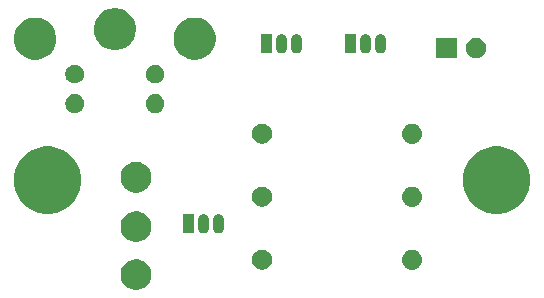
<source format=gbr>
G04 #@! TF.GenerationSoftware,KiCad,Pcbnew,(5.1.4)-1*
G04 #@! TF.CreationDate,2020-05-22T23:55:23+02:00*
G04 #@! TF.ProjectId,S-VHS ZX Spectrum,532d5648-5320-45a5-9820-537065637472,rev?*
G04 #@! TF.SameCoordinates,Original*
G04 #@! TF.FileFunction,Soldermask,Top*
G04 #@! TF.FilePolarity,Negative*
%FSLAX46Y46*%
G04 Gerber Fmt 4.6, Leading zero omitted, Abs format (unit mm)*
G04 Created by KiCad (PCBNEW (5.1.4)-1) date 2020-05-22 23:55:23*
%MOMM*%
%LPD*%
G04 APERTURE LIST*
%ADD10C,0.150000*%
G04 APERTURE END LIST*
D10*
G36*
X146810393Y-109239304D02*
G01*
X147047101Y-109337352D01*
X147047103Y-109337353D01*
X147260135Y-109479696D01*
X147441304Y-109660865D01*
X147509201Y-109762481D01*
X147583648Y-109873899D01*
X147681696Y-110110607D01*
X147731680Y-110361893D01*
X147731680Y-110618107D01*
X147681696Y-110869393D01*
X147583648Y-111106101D01*
X147583647Y-111106103D01*
X147441304Y-111319135D01*
X147260135Y-111500304D01*
X147047103Y-111642647D01*
X147047102Y-111642648D01*
X147047101Y-111642648D01*
X146810393Y-111740696D01*
X146559107Y-111790680D01*
X146302893Y-111790680D01*
X146051607Y-111740696D01*
X145814899Y-111642648D01*
X145814898Y-111642648D01*
X145814897Y-111642647D01*
X145601865Y-111500304D01*
X145420696Y-111319135D01*
X145278353Y-111106103D01*
X145278352Y-111106101D01*
X145180304Y-110869393D01*
X145130320Y-110618107D01*
X145130320Y-110361893D01*
X145180304Y-110110607D01*
X145278352Y-109873899D01*
X145352799Y-109762481D01*
X145420696Y-109660865D01*
X145601865Y-109479696D01*
X145814897Y-109337353D01*
X145814899Y-109337352D01*
X146051607Y-109239304D01*
X146302893Y-109189320D01*
X146559107Y-109189320D01*
X146810393Y-109239304D01*
X146810393Y-109239304D01*
G37*
G36*
X169965823Y-108381313D02*
G01*
X170126242Y-108429976D01*
X170193361Y-108465852D01*
X170274078Y-108508996D01*
X170403659Y-108615341D01*
X170510004Y-108744922D01*
X170510005Y-108744924D01*
X170589024Y-108892758D01*
X170637687Y-109053177D01*
X170654117Y-109220000D01*
X170637687Y-109386823D01*
X170589024Y-109547242D01*
X170548477Y-109623100D01*
X170510004Y-109695078D01*
X170403659Y-109824659D01*
X170274078Y-109931004D01*
X170274076Y-109931005D01*
X170126242Y-110010024D01*
X169965823Y-110058687D01*
X169840804Y-110071000D01*
X169757196Y-110071000D01*
X169632177Y-110058687D01*
X169471758Y-110010024D01*
X169323924Y-109931005D01*
X169323922Y-109931004D01*
X169194341Y-109824659D01*
X169087996Y-109695078D01*
X169049523Y-109623100D01*
X169008976Y-109547242D01*
X168960313Y-109386823D01*
X168943883Y-109220000D01*
X168960313Y-109053177D01*
X169008976Y-108892758D01*
X169087995Y-108744924D01*
X169087996Y-108744922D01*
X169194341Y-108615341D01*
X169323922Y-108508996D01*
X169404639Y-108465852D01*
X169471758Y-108429976D01*
X169632177Y-108381313D01*
X169757196Y-108369000D01*
X169840804Y-108369000D01*
X169965823Y-108381313D01*
X169965823Y-108381313D01*
G37*
G36*
X157347228Y-108401703D02*
G01*
X157502100Y-108465853D01*
X157641481Y-108558985D01*
X157760015Y-108677519D01*
X157853147Y-108816900D01*
X157917297Y-108971772D01*
X157950000Y-109136184D01*
X157950000Y-109303816D01*
X157917297Y-109468228D01*
X157853147Y-109623100D01*
X157760015Y-109762481D01*
X157641481Y-109881015D01*
X157502100Y-109974147D01*
X157347228Y-110038297D01*
X157182816Y-110071000D01*
X157015184Y-110071000D01*
X156850772Y-110038297D01*
X156695900Y-109974147D01*
X156556519Y-109881015D01*
X156437985Y-109762481D01*
X156344853Y-109623100D01*
X156280703Y-109468228D01*
X156248000Y-109303816D01*
X156248000Y-109136184D01*
X156280703Y-108971772D01*
X156344853Y-108816900D01*
X156437985Y-108677519D01*
X156556519Y-108558985D01*
X156695900Y-108465853D01*
X156850772Y-108401703D01*
X157015184Y-108369000D01*
X157182816Y-108369000D01*
X157347228Y-108401703D01*
X157347228Y-108401703D01*
G37*
G36*
X146810393Y-105175304D02*
G01*
X147047101Y-105273352D01*
X147047103Y-105273353D01*
X147260135Y-105415696D01*
X147441304Y-105596865D01*
X147559519Y-105773787D01*
X147583648Y-105809899D01*
X147681696Y-106046607D01*
X147731680Y-106297893D01*
X147731680Y-106554107D01*
X147681696Y-106805393D01*
X147583648Y-107042101D01*
X147583647Y-107042103D01*
X147441304Y-107255135D01*
X147260135Y-107436304D01*
X147047103Y-107578647D01*
X147047102Y-107578648D01*
X147047101Y-107578648D01*
X146810393Y-107676696D01*
X146559107Y-107726680D01*
X146302893Y-107726680D01*
X146051607Y-107676696D01*
X145814899Y-107578648D01*
X145814898Y-107578648D01*
X145814897Y-107578647D01*
X145601865Y-107436304D01*
X145420696Y-107255135D01*
X145278353Y-107042103D01*
X145278352Y-107042101D01*
X145180304Y-106805393D01*
X145130320Y-106554107D01*
X145130320Y-106297893D01*
X145180304Y-106046607D01*
X145278352Y-105809899D01*
X145302481Y-105773787D01*
X145420696Y-105596865D01*
X145601865Y-105415696D01*
X145814897Y-105273353D01*
X145814899Y-105273352D01*
X146051607Y-105175304D01*
X146302893Y-105125320D01*
X146559107Y-105125320D01*
X146810393Y-105175304D01*
X146810393Y-105175304D01*
G37*
G36*
X152244213Y-105378249D02*
G01*
X152338652Y-105406897D01*
X152425687Y-105453418D01*
X152501975Y-105516025D01*
X152564582Y-105592313D01*
X152611103Y-105679348D01*
X152639751Y-105773787D01*
X152647000Y-105847388D01*
X152647000Y-106496612D01*
X152639751Y-106570213D01*
X152611103Y-106664652D01*
X152564582Y-106751687D01*
X152501975Y-106827975D01*
X152425687Y-106890582D01*
X152338651Y-106937103D01*
X152244212Y-106965751D01*
X152146000Y-106975424D01*
X152047787Y-106965751D01*
X151953348Y-106937103D01*
X151866313Y-106890582D01*
X151790025Y-106827975D01*
X151727418Y-106751687D01*
X151680897Y-106664651D01*
X151652249Y-106570212D01*
X151645000Y-106496611D01*
X151645000Y-105847398D01*
X151652250Y-105773789D01*
X151652250Y-105773787D01*
X151680898Y-105679348D01*
X151727419Y-105592313D01*
X151790026Y-105516025D01*
X151866314Y-105453418D01*
X151953349Y-105406897D01*
X152047788Y-105378249D01*
X152146000Y-105368576D01*
X152244213Y-105378249D01*
X152244213Y-105378249D01*
G37*
G36*
X153514213Y-105378249D02*
G01*
X153608652Y-105406897D01*
X153695687Y-105453418D01*
X153771975Y-105516025D01*
X153834582Y-105592313D01*
X153881103Y-105679348D01*
X153909751Y-105773787D01*
X153917000Y-105847388D01*
X153917000Y-106496612D01*
X153909751Y-106570213D01*
X153881103Y-106664652D01*
X153834582Y-106751687D01*
X153771975Y-106827975D01*
X153695687Y-106890582D01*
X153608651Y-106937103D01*
X153514212Y-106965751D01*
X153416000Y-106975424D01*
X153317787Y-106965751D01*
X153223348Y-106937103D01*
X153136313Y-106890582D01*
X153060025Y-106827975D01*
X152997418Y-106751687D01*
X152950897Y-106664651D01*
X152922249Y-106570212D01*
X152915000Y-106496611D01*
X152915000Y-105847398D01*
X152922250Y-105773789D01*
X152922250Y-105773787D01*
X152950898Y-105679348D01*
X152997419Y-105592313D01*
X153060026Y-105516025D01*
X153136314Y-105453418D01*
X153223349Y-105406897D01*
X153317788Y-105378249D01*
X153416000Y-105368576D01*
X153514213Y-105378249D01*
X153514213Y-105378249D01*
G37*
G36*
X151377000Y-106973000D02*
G01*
X150375000Y-106973000D01*
X150375000Y-105371000D01*
X151377000Y-105371000D01*
X151377000Y-106973000D01*
X151377000Y-106973000D01*
G37*
G36*
X177506202Y-99692781D02*
G01*
X177781606Y-99747562D01*
X178300455Y-99962476D01*
X178767407Y-100274484D01*
X179164516Y-100671593D01*
X179476524Y-101138545D01*
X179691438Y-101657394D01*
X179801000Y-102208201D01*
X179801000Y-102769799D01*
X179691438Y-103320606D01*
X179476524Y-103839455D01*
X179279562Y-104134229D01*
X179164517Y-104306406D01*
X178767406Y-104703517D01*
X178717295Y-104737000D01*
X178300455Y-105015524D01*
X177781606Y-105230438D01*
X177565862Y-105273352D01*
X177230800Y-105340000D01*
X176669200Y-105340000D01*
X176334138Y-105273352D01*
X176118394Y-105230438D01*
X175599545Y-105015524D01*
X175182705Y-104737000D01*
X175132594Y-104703517D01*
X174735483Y-104306406D01*
X174620438Y-104134229D01*
X174423476Y-103839455D01*
X174208562Y-103320606D01*
X174099000Y-102769799D01*
X174099000Y-102208201D01*
X174208562Y-101657394D01*
X174423476Y-101138545D01*
X174735484Y-100671593D01*
X175132593Y-100274484D01*
X175599545Y-99962476D01*
X176118394Y-99747562D01*
X176669200Y-99638000D01*
X177230800Y-99638000D01*
X177506202Y-99692781D01*
X177506202Y-99692781D01*
G37*
G36*
X139494202Y-99692781D02*
G01*
X139769606Y-99747562D01*
X140288455Y-99962476D01*
X140755407Y-100274484D01*
X141152516Y-100671593D01*
X141464524Y-101138545D01*
X141679438Y-101657394D01*
X141789000Y-102208201D01*
X141789000Y-102769799D01*
X141679438Y-103320606D01*
X141464524Y-103839455D01*
X141267562Y-104134229D01*
X141152517Y-104306406D01*
X140755406Y-104703517D01*
X140705295Y-104737000D01*
X140288455Y-105015524D01*
X139769606Y-105230438D01*
X139553862Y-105273352D01*
X139218800Y-105340000D01*
X138657200Y-105340000D01*
X138322138Y-105273352D01*
X138106394Y-105230438D01*
X137587545Y-105015524D01*
X137170705Y-104737000D01*
X137120594Y-104703517D01*
X136723483Y-104306406D01*
X136608438Y-104134229D01*
X136411476Y-103839455D01*
X136196562Y-103320606D01*
X136087000Y-102769799D01*
X136087000Y-102208201D01*
X136196562Y-101657394D01*
X136411476Y-101138545D01*
X136723484Y-100671593D01*
X137120593Y-100274484D01*
X137587545Y-99962476D01*
X138106394Y-99747562D01*
X138657200Y-99638000D01*
X139218800Y-99638000D01*
X139494202Y-99692781D01*
X139494202Y-99692781D01*
G37*
G36*
X157347228Y-103067703D02*
G01*
X157502100Y-103131853D01*
X157641481Y-103224985D01*
X157760015Y-103343519D01*
X157853147Y-103482900D01*
X157917297Y-103637772D01*
X157950000Y-103802184D01*
X157950000Y-103969816D01*
X157917297Y-104134228D01*
X157853147Y-104289100D01*
X157760015Y-104428481D01*
X157641481Y-104547015D01*
X157502100Y-104640147D01*
X157347228Y-104704297D01*
X157182816Y-104737000D01*
X157015184Y-104737000D01*
X156850772Y-104704297D01*
X156695900Y-104640147D01*
X156556519Y-104547015D01*
X156437985Y-104428481D01*
X156344853Y-104289100D01*
X156280703Y-104134228D01*
X156248000Y-103969816D01*
X156248000Y-103802184D01*
X156280703Y-103637772D01*
X156344853Y-103482900D01*
X156437985Y-103343519D01*
X156556519Y-103224985D01*
X156695900Y-103131853D01*
X156850772Y-103067703D01*
X157015184Y-103035000D01*
X157182816Y-103035000D01*
X157347228Y-103067703D01*
X157347228Y-103067703D01*
G37*
G36*
X169965823Y-103047313D02*
G01*
X170126242Y-103095976D01*
X170193361Y-103131852D01*
X170274078Y-103174996D01*
X170403659Y-103281341D01*
X170510004Y-103410922D01*
X170510005Y-103410924D01*
X170589024Y-103558758D01*
X170637687Y-103719177D01*
X170654117Y-103886000D01*
X170637687Y-104052823D01*
X170589024Y-104213242D01*
X170548477Y-104289100D01*
X170510004Y-104361078D01*
X170403659Y-104490659D01*
X170274078Y-104597004D01*
X170274076Y-104597005D01*
X170126242Y-104676024D01*
X169965823Y-104724687D01*
X169840804Y-104737000D01*
X169757196Y-104737000D01*
X169632177Y-104724687D01*
X169471758Y-104676024D01*
X169323924Y-104597005D01*
X169323922Y-104597004D01*
X169194341Y-104490659D01*
X169087996Y-104361078D01*
X169049523Y-104289100D01*
X169008976Y-104213242D01*
X168960313Y-104052823D01*
X168943883Y-103886000D01*
X168960313Y-103719177D01*
X169008976Y-103558758D01*
X169087995Y-103410924D01*
X169087996Y-103410922D01*
X169194341Y-103281341D01*
X169323922Y-103174996D01*
X169404639Y-103131852D01*
X169471758Y-103095976D01*
X169632177Y-103047313D01*
X169757196Y-103035000D01*
X169840804Y-103035000D01*
X169965823Y-103047313D01*
X169965823Y-103047313D01*
G37*
G36*
X146810393Y-100984304D02*
G01*
X147047101Y-101082352D01*
X147047103Y-101082353D01*
X147260135Y-101224696D01*
X147441304Y-101405865D01*
X147583647Y-101618897D01*
X147583648Y-101618899D01*
X147681696Y-101855607D01*
X147731680Y-102106893D01*
X147731680Y-102363107D01*
X147681696Y-102614393D01*
X147617324Y-102769800D01*
X147583647Y-102851103D01*
X147441304Y-103064135D01*
X147260135Y-103245304D01*
X147047103Y-103387647D01*
X147047102Y-103387648D01*
X147047101Y-103387648D01*
X146810393Y-103485696D01*
X146559107Y-103535680D01*
X146302893Y-103535680D01*
X146051607Y-103485696D01*
X145814899Y-103387648D01*
X145814898Y-103387648D01*
X145814897Y-103387647D01*
X145601865Y-103245304D01*
X145420696Y-103064135D01*
X145278353Y-102851103D01*
X145244676Y-102769800D01*
X145180304Y-102614393D01*
X145130320Y-102363107D01*
X145130320Y-102106893D01*
X145180304Y-101855607D01*
X145278352Y-101618899D01*
X145278353Y-101618897D01*
X145420696Y-101405865D01*
X145601865Y-101224696D01*
X145814897Y-101082353D01*
X145814899Y-101082352D01*
X146051607Y-100984304D01*
X146302893Y-100934320D01*
X146559107Y-100934320D01*
X146810393Y-100984304D01*
X146810393Y-100984304D01*
G37*
G36*
X169965823Y-97713313D02*
G01*
X170126242Y-97761976D01*
X170193361Y-97797852D01*
X170274078Y-97840996D01*
X170403659Y-97947341D01*
X170510004Y-98076922D01*
X170510005Y-98076924D01*
X170589024Y-98224758D01*
X170637687Y-98385177D01*
X170654117Y-98552000D01*
X170637687Y-98718823D01*
X170589024Y-98879242D01*
X170548477Y-98955100D01*
X170510004Y-99027078D01*
X170403659Y-99156659D01*
X170274078Y-99263004D01*
X170274076Y-99263005D01*
X170126242Y-99342024D01*
X169965823Y-99390687D01*
X169840804Y-99403000D01*
X169757196Y-99403000D01*
X169632177Y-99390687D01*
X169471758Y-99342024D01*
X169323924Y-99263005D01*
X169323922Y-99263004D01*
X169194341Y-99156659D01*
X169087996Y-99027078D01*
X169049523Y-98955100D01*
X169008976Y-98879242D01*
X168960313Y-98718823D01*
X168943883Y-98552000D01*
X168960313Y-98385177D01*
X169008976Y-98224758D01*
X169087995Y-98076924D01*
X169087996Y-98076922D01*
X169194341Y-97947341D01*
X169323922Y-97840996D01*
X169404639Y-97797852D01*
X169471758Y-97761976D01*
X169632177Y-97713313D01*
X169757196Y-97701000D01*
X169840804Y-97701000D01*
X169965823Y-97713313D01*
X169965823Y-97713313D01*
G37*
G36*
X157347228Y-97733703D02*
G01*
X157502100Y-97797853D01*
X157641481Y-97890985D01*
X157760015Y-98009519D01*
X157853147Y-98148900D01*
X157917297Y-98303772D01*
X157950000Y-98468184D01*
X157950000Y-98635816D01*
X157917297Y-98800228D01*
X157853147Y-98955100D01*
X157760015Y-99094481D01*
X157641481Y-99213015D01*
X157502100Y-99306147D01*
X157347228Y-99370297D01*
X157182816Y-99403000D01*
X157015184Y-99403000D01*
X156850772Y-99370297D01*
X156695900Y-99306147D01*
X156556519Y-99213015D01*
X156437985Y-99094481D01*
X156344853Y-98955100D01*
X156280703Y-98800228D01*
X156248000Y-98635816D01*
X156248000Y-98468184D01*
X156280703Y-98303772D01*
X156344853Y-98148900D01*
X156437985Y-98009519D01*
X156556519Y-97890985D01*
X156695900Y-97797853D01*
X156850772Y-97733703D01*
X157015184Y-97701000D01*
X157182816Y-97701000D01*
X157347228Y-97733703D01*
X157347228Y-97733703D01*
G37*
G36*
X141473642Y-95233781D02*
G01*
X141619414Y-95294162D01*
X141619416Y-95294163D01*
X141750608Y-95381822D01*
X141862178Y-95493392D01*
X141949837Y-95624584D01*
X141949838Y-95624586D01*
X142010219Y-95770358D01*
X142041000Y-95925107D01*
X142041000Y-96082893D01*
X142010219Y-96237642D01*
X141949838Y-96383414D01*
X141949837Y-96383416D01*
X141862178Y-96514608D01*
X141750608Y-96626178D01*
X141619416Y-96713837D01*
X141619415Y-96713838D01*
X141619414Y-96713838D01*
X141473642Y-96774219D01*
X141318893Y-96805000D01*
X141161107Y-96805000D01*
X141006358Y-96774219D01*
X140860586Y-96713838D01*
X140860585Y-96713838D01*
X140860584Y-96713837D01*
X140729392Y-96626178D01*
X140617822Y-96514608D01*
X140530163Y-96383416D01*
X140530162Y-96383414D01*
X140469781Y-96237642D01*
X140439000Y-96082893D01*
X140439000Y-95925107D01*
X140469781Y-95770358D01*
X140530162Y-95624586D01*
X140530163Y-95624584D01*
X140617822Y-95493392D01*
X140729392Y-95381822D01*
X140860584Y-95294163D01*
X140860586Y-95294162D01*
X141006358Y-95233781D01*
X141161107Y-95203000D01*
X141318893Y-95203000D01*
X141473642Y-95233781D01*
X141473642Y-95233781D01*
G37*
G36*
X148273642Y-95233781D02*
G01*
X148419414Y-95294162D01*
X148419416Y-95294163D01*
X148550608Y-95381822D01*
X148662178Y-95493392D01*
X148749837Y-95624584D01*
X148749838Y-95624586D01*
X148810219Y-95770358D01*
X148841000Y-95925107D01*
X148841000Y-96082893D01*
X148810219Y-96237642D01*
X148749838Y-96383414D01*
X148749837Y-96383416D01*
X148662178Y-96514608D01*
X148550608Y-96626178D01*
X148419416Y-96713837D01*
X148419415Y-96713838D01*
X148419414Y-96713838D01*
X148273642Y-96774219D01*
X148118893Y-96805000D01*
X147961107Y-96805000D01*
X147806358Y-96774219D01*
X147660586Y-96713838D01*
X147660585Y-96713838D01*
X147660584Y-96713837D01*
X147529392Y-96626178D01*
X147417822Y-96514608D01*
X147330163Y-96383416D01*
X147330162Y-96383414D01*
X147269781Y-96237642D01*
X147239000Y-96082893D01*
X147239000Y-95925107D01*
X147269781Y-95770358D01*
X147330162Y-95624586D01*
X147330163Y-95624584D01*
X147417822Y-95493392D01*
X147529392Y-95381822D01*
X147660584Y-95294163D01*
X147660586Y-95294162D01*
X147806358Y-95233781D01*
X147961107Y-95203000D01*
X148118893Y-95203000D01*
X148273642Y-95233781D01*
X148273642Y-95233781D01*
G37*
G36*
X141473642Y-92733781D02*
G01*
X141619414Y-92794162D01*
X141619416Y-92794163D01*
X141750608Y-92881822D01*
X141862178Y-92993392D01*
X141949837Y-93124584D01*
X141949838Y-93124586D01*
X142010219Y-93270358D01*
X142041000Y-93425107D01*
X142041000Y-93582893D01*
X142010219Y-93737642D01*
X141949838Y-93883414D01*
X141949837Y-93883416D01*
X141862178Y-94014608D01*
X141750608Y-94126178D01*
X141619416Y-94213837D01*
X141619415Y-94213838D01*
X141619414Y-94213838D01*
X141473642Y-94274219D01*
X141318893Y-94305000D01*
X141161107Y-94305000D01*
X141006358Y-94274219D01*
X140860586Y-94213838D01*
X140860585Y-94213838D01*
X140860584Y-94213837D01*
X140729392Y-94126178D01*
X140617822Y-94014608D01*
X140530163Y-93883416D01*
X140530162Y-93883414D01*
X140469781Y-93737642D01*
X140439000Y-93582893D01*
X140439000Y-93425107D01*
X140469781Y-93270358D01*
X140530162Y-93124586D01*
X140530163Y-93124584D01*
X140617822Y-92993392D01*
X140729392Y-92881822D01*
X140860584Y-92794163D01*
X140860586Y-92794162D01*
X141006358Y-92733781D01*
X141161107Y-92703000D01*
X141318893Y-92703000D01*
X141473642Y-92733781D01*
X141473642Y-92733781D01*
G37*
G36*
X148273642Y-92733781D02*
G01*
X148419414Y-92794162D01*
X148419416Y-92794163D01*
X148550608Y-92881822D01*
X148662178Y-92993392D01*
X148749837Y-93124584D01*
X148749838Y-93124586D01*
X148810219Y-93270358D01*
X148841000Y-93425107D01*
X148841000Y-93582893D01*
X148810219Y-93737642D01*
X148749838Y-93883414D01*
X148749837Y-93883416D01*
X148662178Y-94014608D01*
X148550608Y-94126178D01*
X148419416Y-94213837D01*
X148419415Y-94213838D01*
X148419414Y-94213838D01*
X148273642Y-94274219D01*
X148118893Y-94305000D01*
X147961107Y-94305000D01*
X147806358Y-94274219D01*
X147660586Y-94213838D01*
X147660585Y-94213838D01*
X147660584Y-94213837D01*
X147529392Y-94126178D01*
X147417822Y-94014608D01*
X147330163Y-93883416D01*
X147330162Y-93883414D01*
X147269781Y-93737642D01*
X147239000Y-93582893D01*
X147239000Y-93425107D01*
X147269781Y-93270358D01*
X147330162Y-93124586D01*
X147330163Y-93124584D01*
X147417822Y-92993392D01*
X147529392Y-92881822D01*
X147660584Y-92794163D01*
X147660586Y-92794162D01*
X147806358Y-92733781D01*
X147961107Y-92703000D01*
X148118893Y-92703000D01*
X148273642Y-92733781D01*
X148273642Y-92733781D01*
G37*
G36*
X138295372Y-88766193D02*
G01*
X138410228Y-88789039D01*
X138734804Y-88923482D01*
X139026915Y-89118665D01*
X139275335Y-89367085D01*
X139470518Y-89659196D01*
X139561836Y-89879659D01*
X139604961Y-89983773D01*
X139673500Y-90328339D01*
X139673500Y-90679661D01*
X139641424Y-90840915D01*
X139604961Y-91024228D01*
X139470518Y-91348804D01*
X139275335Y-91640915D01*
X139026915Y-91889335D01*
X138734804Y-92084518D01*
X138410228Y-92218961D01*
X138295372Y-92241807D01*
X138065661Y-92287500D01*
X137714339Y-92287500D01*
X137484628Y-92241807D01*
X137369772Y-92218961D01*
X137045196Y-92084518D01*
X136753085Y-91889335D01*
X136504665Y-91640915D01*
X136309482Y-91348804D01*
X136175039Y-91024228D01*
X136138576Y-90840915D01*
X136106500Y-90679661D01*
X136106500Y-90328339D01*
X136175039Y-89983773D01*
X136218164Y-89879659D01*
X136309482Y-89659196D01*
X136504665Y-89367085D01*
X136753085Y-89118665D01*
X137045196Y-88923482D01*
X137369772Y-88789039D01*
X137484628Y-88766193D01*
X137714339Y-88720500D01*
X138065661Y-88720500D01*
X138295372Y-88766193D01*
X138295372Y-88766193D01*
G37*
G36*
X151795372Y-88766193D02*
G01*
X151910228Y-88789039D01*
X152234804Y-88923482D01*
X152526915Y-89118665D01*
X152775335Y-89367085D01*
X152970518Y-89659196D01*
X153061836Y-89879659D01*
X153104961Y-89983773D01*
X153173500Y-90328339D01*
X153173500Y-90679661D01*
X153141424Y-90840915D01*
X153104961Y-91024228D01*
X152970518Y-91348804D01*
X152775335Y-91640915D01*
X152526915Y-91889335D01*
X152234804Y-92084518D01*
X151910228Y-92218961D01*
X151795372Y-92241807D01*
X151565661Y-92287500D01*
X151214339Y-92287500D01*
X150984628Y-92241807D01*
X150869772Y-92218961D01*
X150545196Y-92084518D01*
X150253085Y-91889335D01*
X150004665Y-91640915D01*
X149809482Y-91348804D01*
X149675039Y-91024228D01*
X149638576Y-90840915D01*
X149606500Y-90679661D01*
X149606500Y-90328339D01*
X149675039Y-89983773D01*
X149718164Y-89879659D01*
X149809482Y-89659196D01*
X150004665Y-89367085D01*
X150253085Y-89118665D01*
X150545196Y-88923482D01*
X150869772Y-88789039D01*
X150984628Y-88766193D01*
X151214339Y-88720500D01*
X151565661Y-88720500D01*
X151795372Y-88766193D01*
X151795372Y-88766193D01*
G37*
G36*
X175468228Y-90494703D02*
G01*
X175623100Y-90558853D01*
X175762481Y-90651985D01*
X175881015Y-90770519D01*
X175974147Y-90909900D01*
X176038297Y-91064772D01*
X176071000Y-91229184D01*
X176071000Y-91396816D01*
X176038297Y-91561228D01*
X175974147Y-91716100D01*
X175881015Y-91855481D01*
X175762481Y-91974015D01*
X175623100Y-92067147D01*
X175468228Y-92131297D01*
X175303816Y-92164000D01*
X175136184Y-92164000D01*
X174971772Y-92131297D01*
X174816900Y-92067147D01*
X174677519Y-91974015D01*
X174558985Y-91855481D01*
X174465853Y-91716100D01*
X174401703Y-91561228D01*
X174369000Y-91396816D01*
X174369000Y-91229184D01*
X174401703Y-91064772D01*
X174465853Y-90909900D01*
X174558985Y-90770519D01*
X174677519Y-90651985D01*
X174816900Y-90558853D01*
X174971772Y-90494703D01*
X175136184Y-90462000D01*
X175303816Y-90462000D01*
X175468228Y-90494703D01*
X175468228Y-90494703D01*
G37*
G36*
X173571000Y-92164000D02*
G01*
X171869000Y-92164000D01*
X171869000Y-90462000D01*
X173571000Y-90462000D01*
X173571000Y-92164000D01*
X173571000Y-92164000D01*
G37*
G36*
X158848213Y-90138249D02*
G01*
X158942652Y-90166897D01*
X159029687Y-90213418D01*
X159105975Y-90276025D01*
X159168582Y-90352313D01*
X159215103Y-90439348D01*
X159243751Y-90533787D01*
X159251000Y-90607388D01*
X159251000Y-91256612D01*
X159243751Y-91330213D01*
X159215103Y-91424652D01*
X159168582Y-91511687D01*
X159105975Y-91587975D01*
X159029687Y-91650582D01*
X158942651Y-91697103D01*
X158848212Y-91725751D01*
X158750000Y-91735424D01*
X158651787Y-91725751D01*
X158557348Y-91697103D01*
X158470313Y-91650582D01*
X158394025Y-91587975D01*
X158331418Y-91511687D01*
X158284897Y-91424651D01*
X158256249Y-91330212D01*
X158249000Y-91256611D01*
X158249000Y-90607398D01*
X158256250Y-90533789D01*
X158256250Y-90533787D01*
X158284898Y-90439348D01*
X158331419Y-90352313D01*
X158394026Y-90276025D01*
X158470314Y-90213418D01*
X158557349Y-90166897D01*
X158651788Y-90138249D01*
X158750000Y-90128576D01*
X158848213Y-90138249D01*
X158848213Y-90138249D01*
G37*
G36*
X160118213Y-90138249D02*
G01*
X160212652Y-90166897D01*
X160299687Y-90213418D01*
X160375975Y-90276025D01*
X160438582Y-90352313D01*
X160485103Y-90439348D01*
X160513751Y-90533787D01*
X160521000Y-90607388D01*
X160521000Y-91256612D01*
X160513751Y-91330213D01*
X160485103Y-91424652D01*
X160438582Y-91511687D01*
X160375975Y-91587975D01*
X160299687Y-91650582D01*
X160212651Y-91697103D01*
X160118212Y-91725751D01*
X160020000Y-91735424D01*
X159921787Y-91725751D01*
X159827348Y-91697103D01*
X159740313Y-91650582D01*
X159664025Y-91587975D01*
X159601418Y-91511687D01*
X159554897Y-91424651D01*
X159526249Y-91330212D01*
X159519000Y-91256611D01*
X159519000Y-90607398D01*
X159526250Y-90533789D01*
X159526250Y-90533787D01*
X159554898Y-90439348D01*
X159601419Y-90352313D01*
X159664026Y-90276025D01*
X159740314Y-90213418D01*
X159827349Y-90166897D01*
X159921788Y-90138249D01*
X160020000Y-90128576D01*
X160118213Y-90138249D01*
X160118213Y-90138249D01*
G37*
G36*
X167230213Y-90138249D02*
G01*
X167324652Y-90166897D01*
X167411687Y-90213418D01*
X167487975Y-90276025D01*
X167550582Y-90352313D01*
X167597103Y-90439348D01*
X167625751Y-90533787D01*
X167633000Y-90607388D01*
X167633000Y-91256612D01*
X167625751Y-91330213D01*
X167597103Y-91424652D01*
X167550582Y-91511687D01*
X167487975Y-91587975D01*
X167411687Y-91650582D01*
X167324651Y-91697103D01*
X167230212Y-91725751D01*
X167132000Y-91735424D01*
X167033787Y-91725751D01*
X166939348Y-91697103D01*
X166852313Y-91650582D01*
X166776025Y-91587975D01*
X166713418Y-91511687D01*
X166666897Y-91424651D01*
X166638249Y-91330212D01*
X166631000Y-91256611D01*
X166631000Y-90607398D01*
X166638250Y-90533789D01*
X166638250Y-90533787D01*
X166666898Y-90439348D01*
X166713419Y-90352313D01*
X166776026Y-90276025D01*
X166852314Y-90213418D01*
X166939349Y-90166897D01*
X167033788Y-90138249D01*
X167132000Y-90128576D01*
X167230213Y-90138249D01*
X167230213Y-90138249D01*
G37*
G36*
X165960213Y-90138249D02*
G01*
X166054652Y-90166897D01*
X166141687Y-90213418D01*
X166217975Y-90276025D01*
X166280582Y-90352313D01*
X166327103Y-90439348D01*
X166355751Y-90533787D01*
X166363000Y-90607388D01*
X166363000Y-91256612D01*
X166355751Y-91330213D01*
X166327103Y-91424652D01*
X166280582Y-91511687D01*
X166217975Y-91587975D01*
X166141687Y-91650582D01*
X166054651Y-91697103D01*
X165960212Y-91725751D01*
X165862000Y-91735424D01*
X165763787Y-91725751D01*
X165669348Y-91697103D01*
X165582313Y-91650582D01*
X165506025Y-91587975D01*
X165443418Y-91511687D01*
X165396897Y-91424651D01*
X165368249Y-91330212D01*
X165361000Y-91256611D01*
X165361000Y-90607398D01*
X165368250Y-90533789D01*
X165368250Y-90533787D01*
X165396898Y-90439348D01*
X165443419Y-90352313D01*
X165506026Y-90276025D01*
X165582314Y-90213418D01*
X165669349Y-90166897D01*
X165763788Y-90138249D01*
X165862000Y-90128576D01*
X165960213Y-90138249D01*
X165960213Y-90138249D01*
G37*
G36*
X165093000Y-91733000D02*
G01*
X164091000Y-91733000D01*
X164091000Y-90131000D01*
X165093000Y-90131000D01*
X165093000Y-91733000D01*
X165093000Y-91733000D01*
G37*
G36*
X157981000Y-91733000D02*
G01*
X156979000Y-91733000D01*
X156979000Y-90131000D01*
X157981000Y-90131000D01*
X157981000Y-91733000D01*
X157981000Y-91733000D01*
G37*
G36*
X145045372Y-87966193D02*
G01*
X145160228Y-87989039D01*
X145484804Y-88123482D01*
X145776915Y-88318665D01*
X146025335Y-88567085D01*
X146220518Y-88859196D01*
X146354961Y-89183772D01*
X146354961Y-89183773D01*
X146423500Y-89528339D01*
X146423500Y-89879661D01*
X146377807Y-90109372D01*
X146354961Y-90224228D01*
X146220518Y-90548804D01*
X146025335Y-90840915D01*
X145776915Y-91089335D01*
X145484804Y-91284518D01*
X145160228Y-91418961D01*
X145131632Y-91424649D01*
X144815661Y-91487500D01*
X144464339Y-91487500D01*
X144148368Y-91424649D01*
X144119772Y-91418961D01*
X143795196Y-91284518D01*
X143503085Y-91089335D01*
X143254665Y-90840915D01*
X143059482Y-90548804D01*
X142925039Y-90224228D01*
X142902193Y-90109372D01*
X142856500Y-89879661D01*
X142856500Y-89528339D01*
X142925039Y-89183773D01*
X142925039Y-89183772D01*
X143059482Y-88859196D01*
X143254665Y-88567085D01*
X143503085Y-88318665D01*
X143795196Y-88123482D01*
X144119772Y-87989039D01*
X144234628Y-87966193D01*
X144464339Y-87920500D01*
X144815661Y-87920500D01*
X145045372Y-87966193D01*
X145045372Y-87966193D01*
G37*
M02*

</source>
